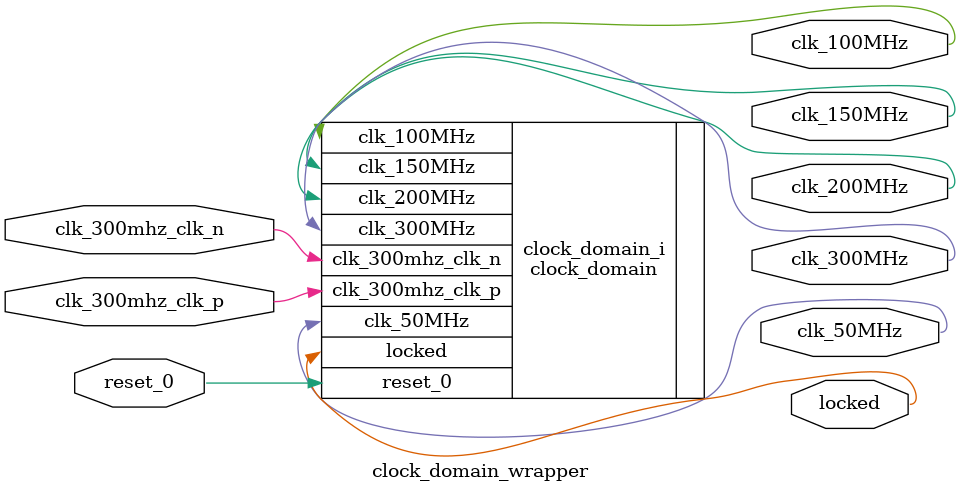
<source format=v>
`timescale 1 ps / 1 ps

module clock_domain_wrapper
   (clk_100MHz,
    clk_150MHz,
    clk_200MHz,
    clk_300MHz,
    clk_300mhz_clk_n,
    clk_300mhz_clk_p,
    clk_50MHz,
    locked,
    reset_0);
  output clk_100MHz;
  output clk_150MHz;
  output clk_200MHz;
  output clk_300MHz;
  input clk_300mhz_clk_n;
  input clk_300mhz_clk_p;
  output clk_50MHz;
  output locked;
  input reset_0;

  wire clk_100MHz;
  wire clk_150MHz;
  wire clk_200MHz;
  wire clk_300MHz;
  wire clk_300mhz_clk_n;
  wire clk_300mhz_clk_p;
  wire clk_50MHz;
  wire locked;
  wire reset_0;

  clock_domain clock_domain_i
       (.clk_100MHz(clk_100MHz),
        .clk_150MHz(clk_150MHz),
        .clk_200MHz(clk_200MHz),
        .clk_300MHz(clk_300MHz),
        .clk_300mhz_clk_n(clk_300mhz_clk_n),
        .clk_300mhz_clk_p(clk_300mhz_clk_p),
        .clk_50MHz(clk_50MHz),
        .locked(locked),
        .reset_0(reset_0));
endmodule

</source>
